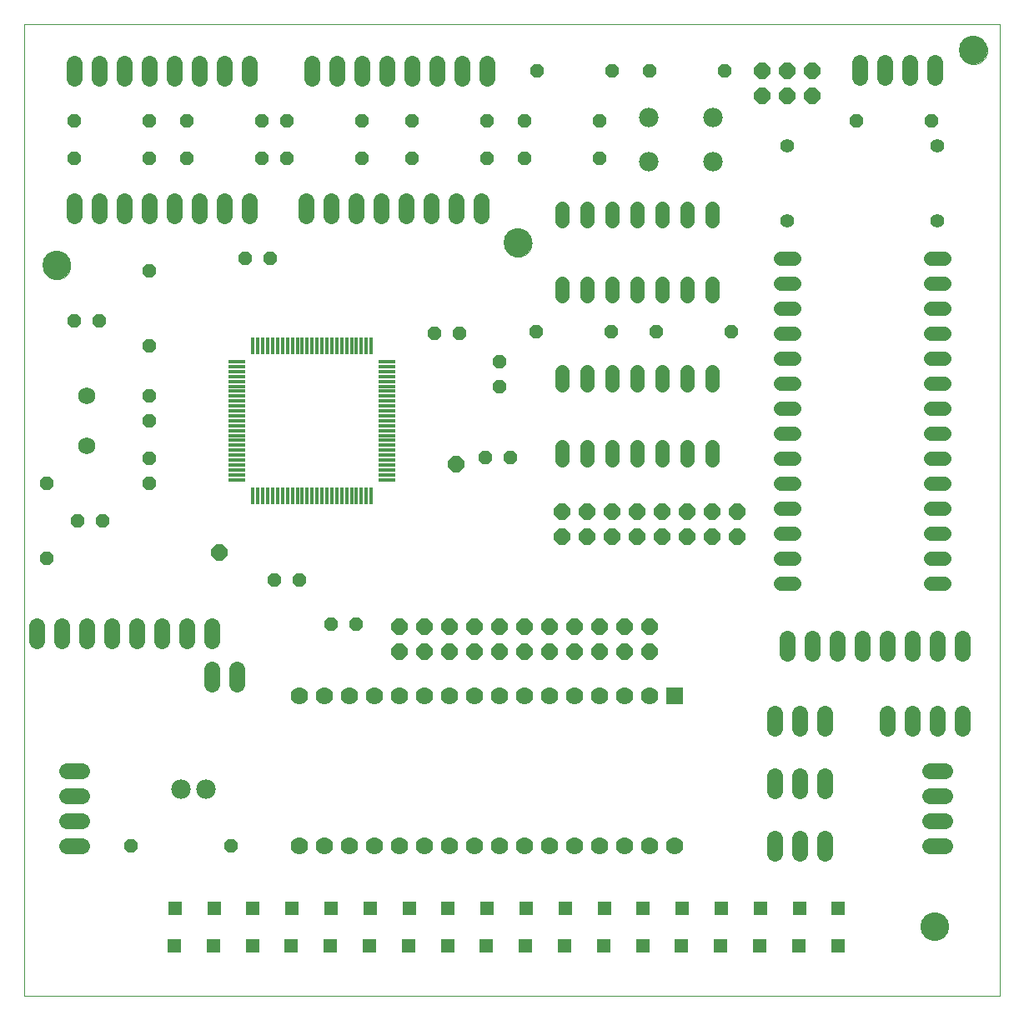
<source format=gts>
G75*
%MOIN*%
%OFA0B0*%
%FSLAX24Y24*%
%IPPOS*%
%LPD*%
%AMOC8*
5,1,8,0,0,1.08239X$1,22.5*
%
%ADD10C,0.0000*%
%ADD11C,0.1142*%
%ADD12OC8,0.0640*%
%ADD13C,0.0640*%
%ADD14C,0.0560*%
%ADD15C,0.0560*%
%ADD16C,0.0780*%
%ADD17OC8,0.0560*%
%ADD18C,0.0690*%
%ADD19R,0.0158X0.0670*%
%ADD20R,0.0670X0.0158*%
%ADD21R,0.0700X0.0700*%
%ADD22C,0.0700*%
%ADD23R,0.0555X0.0555*%
D10*
X000330Y000180D02*
X000330Y039050D01*
X039322Y039050D01*
X039322Y000180D01*
X000330Y000180D01*
X001067Y029393D02*
X001069Y029440D01*
X001075Y029486D01*
X001085Y029532D01*
X001098Y029577D01*
X001116Y029620D01*
X001137Y029662D01*
X001161Y029702D01*
X001189Y029739D01*
X001220Y029774D01*
X001254Y029807D01*
X001290Y029836D01*
X001329Y029862D01*
X001370Y029885D01*
X001413Y029904D01*
X001457Y029920D01*
X001502Y029932D01*
X001548Y029940D01*
X001595Y029944D01*
X001641Y029944D01*
X001688Y029940D01*
X001734Y029932D01*
X001779Y029920D01*
X001823Y029904D01*
X001866Y029885D01*
X001907Y029862D01*
X001946Y029836D01*
X001982Y029807D01*
X002016Y029774D01*
X002047Y029739D01*
X002075Y029702D01*
X002099Y029662D01*
X002120Y029620D01*
X002138Y029577D01*
X002151Y029532D01*
X002161Y029486D01*
X002167Y029440D01*
X002169Y029393D01*
X002167Y029346D01*
X002161Y029300D01*
X002151Y029254D01*
X002138Y029209D01*
X002120Y029166D01*
X002099Y029124D01*
X002075Y029084D01*
X002047Y029047D01*
X002016Y029012D01*
X001982Y028979D01*
X001946Y028950D01*
X001907Y028924D01*
X001866Y028901D01*
X001823Y028882D01*
X001779Y028866D01*
X001734Y028854D01*
X001688Y028846D01*
X001641Y028842D01*
X001595Y028842D01*
X001548Y028846D01*
X001502Y028854D01*
X001457Y028866D01*
X001413Y028882D01*
X001370Y028901D01*
X001329Y028924D01*
X001290Y028950D01*
X001254Y028979D01*
X001220Y029012D01*
X001189Y029047D01*
X001161Y029084D01*
X001137Y029124D01*
X001116Y029166D01*
X001098Y029209D01*
X001085Y029254D01*
X001075Y029300D01*
X001069Y029346D01*
X001067Y029393D01*
X019504Y030293D02*
X019506Y030340D01*
X019512Y030386D01*
X019522Y030432D01*
X019535Y030477D01*
X019553Y030520D01*
X019574Y030562D01*
X019598Y030602D01*
X019626Y030639D01*
X019657Y030674D01*
X019691Y030707D01*
X019727Y030736D01*
X019766Y030762D01*
X019807Y030785D01*
X019850Y030804D01*
X019894Y030820D01*
X019939Y030832D01*
X019985Y030840D01*
X020032Y030844D01*
X020078Y030844D01*
X020125Y030840D01*
X020171Y030832D01*
X020216Y030820D01*
X020260Y030804D01*
X020303Y030785D01*
X020344Y030762D01*
X020383Y030736D01*
X020419Y030707D01*
X020453Y030674D01*
X020484Y030639D01*
X020512Y030602D01*
X020536Y030562D01*
X020557Y030520D01*
X020575Y030477D01*
X020588Y030432D01*
X020598Y030386D01*
X020604Y030340D01*
X020606Y030293D01*
X020604Y030246D01*
X020598Y030200D01*
X020588Y030154D01*
X020575Y030109D01*
X020557Y030066D01*
X020536Y030024D01*
X020512Y029984D01*
X020484Y029947D01*
X020453Y029912D01*
X020419Y029879D01*
X020383Y029850D01*
X020344Y029824D01*
X020303Y029801D01*
X020260Y029782D01*
X020216Y029766D01*
X020171Y029754D01*
X020125Y029746D01*
X020078Y029742D01*
X020032Y029742D01*
X019985Y029746D01*
X019939Y029754D01*
X019894Y029766D01*
X019850Y029782D01*
X019807Y029801D01*
X019766Y029824D01*
X019727Y029850D01*
X019691Y029879D01*
X019657Y029912D01*
X019626Y029947D01*
X019598Y029984D01*
X019574Y030024D01*
X019553Y030066D01*
X019535Y030109D01*
X019522Y030154D01*
X019512Y030200D01*
X019506Y030246D01*
X019504Y030293D01*
X037717Y037993D02*
X037719Y038040D01*
X037725Y038086D01*
X037735Y038132D01*
X037748Y038177D01*
X037766Y038220D01*
X037787Y038262D01*
X037811Y038302D01*
X037839Y038339D01*
X037870Y038374D01*
X037904Y038407D01*
X037940Y038436D01*
X037979Y038462D01*
X038020Y038485D01*
X038063Y038504D01*
X038107Y038520D01*
X038152Y038532D01*
X038198Y038540D01*
X038245Y038544D01*
X038291Y038544D01*
X038338Y038540D01*
X038384Y038532D01*
X038429Y038520D01*
X038473Y038504D01*
X038516Y038485D01*
X038557Y038462D01*
X038596Y038436D01*
X038632Y038407D01*
X038666Y038374D01*
X038697Y038339D01*
X038725Y038302D01*
X038749Y038262D01*
X038770Y038220D01*
X038788Y038177D01*
X038801Y038132D01*
X038811Y038086D01*
X038817Y038040D01*
X038819Y037993D01*
X038817Y037946D01*
X038811Y037900D01*
X038801Y037854D01*
X038788Y037809D01*
X038770Y037766D01*
X038749Y037724D01*
X038725Y037684D01*
X038697Y037647D01*
X038666Y037612D01*
X038632Y037579D01*
X038596Y037550D01*
X038557Y037524D01*
X038516Y037501D01*
X038473Y037482D01*
X038429Y037466D01*
X038384Y037454D01*
X038338Y037446D01*
X038291Y037442D01*
X038245Y037442D01*
X038198Y037446D01*
X038152Y037454D01*
X038107Y037466D01*
X038063Y037482D01*
X038020Y037501D01*
X037979Y037524D01*
X037940Y037550D01*
X037904Y037579D01*
X037870Y037612D01*
X037839Y037647D01*
X037811Y037684D01*
X037787Y037724D01*
X037766Y037766D01*
X037748Y037809D01*
X037735Y037854D01*
X037725Y037900D01*
X037719Y037946D01*
X037717Y037993D01*
X036154Y002955D02*
X036156Y003002D01*
X036162Y003048D01*
X036172Y003094D01*
X036185Y003139D01*
X036203Y003182D01*
X036224Y003224D01*
X036248Y003264D01*
X036276Y003301D01*
X036307Y003336D01*
X036341Y003369D01*
X036377Y003398D01*
X036416Y003424D01*
X036457Y003447D01*
X036500Y003466D01*
X036544Y003482D01*
X036589Y003494D01*
X036635Y003502D01*
X036682Y003506D01*
X036728Y003506D01*
X036775Y003502D01*
X036821Y003494D01*
X036866Y003482D01*
X036910Y003466D01*
X036953Y003447D01*
X036994Y003424D01*
X037033Y003398D01*
X037069Y003369D01*
X037103Y003336D01*
X037134Y003301D01*
X037162Y003264D01*
X037186Y003224D01*
X037207Y003182D01*
X037225Y003139D01*
X037238Y003094D01*
X037248Y003048D01*
X037254Y003002D01*
X037256Y002955D01*
X037254Y002908D01*
X037248Y002862D01*
X037238Y002816D01*
X037225Y002771D01*
X037207Y002728D01*
X037186Y002686D01*
X037162Y002646D01*
X037134Y002609D01*
X037103Y002574D01*
X037069Y002541D01*
X037033Y002512D01*
X036994Y002486D01*
X036953Y002463D01*
X036910Y002444D01*
X036866Y002428D01*
X036821Y002416D01*
X036775Y002408D01*
X036728Y002404D01*
X036682Y002404D01*
X036635Y002408D01*
X036589Y002416D01*
X036544Y002428D01*
X036500Y002444D01*
X036457Y002463D01*
X036416Y002486D01*
X036377Y002512D01*
X036341Y002541D01*
X036307Y002574D01*
X036276Y002609D01*
X036248Y002646D01*
X036224Y002686D01*
X036203Y002728D01*
X036185Y002771D01*
X036172Y002816D01*
X036162Y002862D01*
X036156Y002908D01*
X036154Y002955D01*
D11*
X036705Y002955D03*
X020055Y030293D03*
X001618Y029393D03*
X038268Y037993D03*
D12*
X031830Y037180D03*
X030830Y037180D03*
X030830Y036180D03*
X031830Y036180D03*
X029830Y036180D03*
X029830Y037180D03*
X017580Y021430D03*
X021830Y019555D03*
X021830Y018555D03*
X022830Y018555D03*
X022830Y019555D03*
X023830Y019555D03*
X023830Y018555D03*
X024830Y018555D03*
X024830Y019555D03*
X025830Y019555D03*
X025830Y018555D03*
X026830Y018555D03*
X026830Y019555D03*
X027830Y019555D03*
X027830Y018555D03*
X028830Y018555D03*
X028830Y019555D03*
X025330Y014930D03*
X025330Y013930D03*
X024330Y013930D03*
X024330Y014930D03*
X023330Y014930D03*
X023330Y013930D03*
X022330Y013930D03*
X022330Y014930D03*
X021330Y014930D03*
X021330Y013930D03*
X020330Y013930D03*
X020330Y014930D03*
X019330Y014930D03*
X019330Y013930D03*
X018330Y013930D03*
X018330Y014930D03*
X017330Y014930D03*
X017330Y013930D03*
X016330Y013930D03*
X016330Y014930D03*
X015330Y014930D03*
X015330Y013930D03*
X008130Y017918D03*
D13*
X007830Y014980D02*
X007830Y014380D01*
X006830Y014380D02*
X006830Y014980D01*
X005830Y014980D02*
X005830Y014380D01*
X004830Y014380D02*
X004830Y014980D01*
X003830Y014980D02*
X003830Y014380D01*
X002830Y014380D02*
X002830Y014980D01*
X001830Y014980D02*
X001830Y014380D01*
X000830Y014380D02*
X000830Y014980D01*
X002030Y009180D02*
X002630Y009180D01*
X002630Y008180D02*
X002030Y008180D01*
X002030Y007180D02*
X002630Y007180D01*
X002630Y006180D02*
X002030Y006180D01*
X007830Y012630D02*
X007830Y013230D01*
X008830Y013230D02*
X008830Y012630D01*
X008330Y031380D02*
X008330Y031980D01*
X009330Y031980D02*
X009330Y031380D01*
X007330Y031380D02*
X007330Y031980D01*
X006330Y031980D02*
X006330Y031380D01*
X005330Y031380D02*
X005330Y031980D01*
X004330Y031980D02*
X004330Y031380D01*
X003330Y031380D02*
X003330Y031980D01*
X002330Y031980D02*
X002330Y031380D01*
X002330Y036880D02*
X002330Y037480D01*
X003330Y037480D02*
X003330Y036880D01*
X004330Y036880D02*
X004330Y037480D01*
X005330Y037480D02*
X005330Y036880D01*
X006330Y036880D02*
X006330Y037480D01*
X007330Y037480D02*
X007330Y036880D01*
X008330Y036880D02*
X008330Y037480D01*
X009330Y037480D02*
X009330Y036880D01*
X011830Y036880D02*
X011830Y037480D01*
X012830Y037480D02*
X012830Y036880D01*
X013830Y036880D02*
X013830Y037480D01*
X014830Y037480D02*
X014830Y036880D01*
X015830Y036880D02*
X015830Y037480D01*
X016830Y037480D02*
X016830Y036880D01*
X017830Y036880D02*
X017830Y037480D01*
X018830Y037480D02*
X018830Y036880D01*
X018580Y031980D02*
X018580Y031380D01*
X017580Y031380D02*
X017580Y031980D01*
X016580Y031980D02*
X016580Y031380D01*
X015580Y031380D02*
X015580Y031980D01*
X014580Y031980D02*
X014580Y031380D01*
X013580Y031380D02*
X013580Y031980D01*
X012580Y031980D02*
X012580Y031380D01*
X011580Y031380D02*
X011580Y031980D01*
X030830Y014480D02*
X030830Y013880D01*
X031830Y013880D02*
X031830Y014480D01*
X032830Y014480D02*
X032830Y013880D01*
X033830Y013880D02*
X033830Y014480D01*
X034830Y014480D02*
X034830Y013880D01*
X035830Y013880D02*
X035830Y014480D01*
X036830Y014480D02*
X036830Y013880D01*
X037830Y013880D02*
X037830Y014480D01*
X037830Y011480D02*
X037830Y010880D01*
X036830Y010880D02*
X036830Y011480D01*
X035830Y011480D02*
X035830Y010880D01*
X034830Y010880D02*
X034830Y011480D01*
X036530Y009180D02*
X037130Y009180D01*
X037130Y008180D02*
X036530Y008180D01*
X036530Y007180D02*
X037130Y007180D01*
X037130Y006180D02*
X036530Y006180D01*
X032330Y005880D02*
X032330Y006480D01*
X031330Y006480D02*
X031330Y005880D01*
X030330Y005880D02*
X030330Y006480D01*
X030330Y008380D02*
X030330Y008980D01*
X031330Y008980D02*
X031330Y008380D01*
X032330Y008380D02*
X032330Y008980D01*
X032330Y010880D02*
X032330Y011480D01*
X031330Y011480D02*
X031330Y010880D01*
X030330Y010880D02*
X030330Y011480D01*
X033730Y036893D02*
X033730Y037493D01*
X034730Y037493D02*
X034730Y036893D01*
X035730Y036893D02*
X035730Y037493D01*
X036730Y037493D02*
X036730Y036893D01*
D14*
X036830Y034180D03*
X036830Y031180D03*
X030830Y031180D03*
X030830Y034180D03*
D15*
X027830Y031690D02*
X027830Y031170D01*
X026830Y031170D02*
X026830Y031690D01*
X025830Y031690D02*
X025830Y031170D01*
X024830Y031170D02*
X024830Y031690D01*
X023830Y031690D02*
X023830Y031170D01*
X022830Y031170D02*
X022830Y031690D01*
X021830Y031690D02*
X021830Y031170D01*
X021830Y028690D02*
X021830Y028170D01*
X022830Y028170D02*
X022830Y028690D01*
X023830Y028690D02*
X023830Y028170D01*
X024830Y028170D02*
X024830Y028690D01*
X025830Y028690D02*
X025830Y028170D01*
X026830Y028170D02*
X026830Y028690D01*
X027830Y028690D02*
X027830Y028170D01*
X030570Y027680D02*
X031090Y027680D01*
X031090Y028680D02*
X030570Y028680D01*
X030570Y029680D02*
X031090Y029680D01*
X031090Y026680D02*
X030570Y026680D01*
X030570Y025680D02*
X031090Y025680D01*
X031090Y024680D02*
X030570Y024680D01*
X030570Y023680D02*
X031090Y023680D01*
X031090Y022680D02*
X030570Y022680D01*
X030570Y021680D02*
X031090Y021680D01*
X031090Y020680D02*
X030570Y020680D01*
X030570Y019680D02*
X031090Y019680D01*
X031090Y018680D02*
X030570Y018680D01*
X030570Y017680D02*
X031090Y017680D01*
X031090Y016680D02*
X030570Y016680D01*
X027830Y021620D02*
X027830Y022140D01*
X026830Y022140D02*
X026830Y021620D01*
X025830Y021620D02*
X025830Y022140D01*
X024830Y022140D02*
X024830Y021620D01*
X023830Y021620D02*
X023830Y022140D01*
X022830Y022140D02*
X022830Y021620D01*
X021830Y021620D02*
X021830Y022140D01*
X021830Y024620D02*
X021830Y025140D01*
X022830Y025140D02*
X022830Y024620D01*
X023830Y024620D02*
X023830Y025140D01*
X024830Y025140D02*
X024830Y024620D01*
X025830Y024620D02*
X025830Y025140D01*
X026830Y025140D02*
X026830Y024620D01*
X027830Y024620D02*
X027830Y025140D01*
X036570Y024680D02*
X037090Y024680D01*
X037090Y023680D02*
X036570Y023680D01*
X036570Y022680D02*
X037090Y022680D01*
X037090Y021680D02*
X036570Y021680D01*
X036570Y020680D02*
X037090Y020680D01*
X037090Y019680D02*
X036570Y019680D01*
X036570Y018680D02*
X037090Y018680D01*
X037090Y017680D02*
X036570Y017680D01*
X036570Y016680D02*
X037090Y016680D01*
X037090Y025680D02*
X036570Y025680D01*
X036570Y026680D02*
X037090Y026680D01*
X037090Y027680D02*
X036570Y027680D01*
X036570Y028680D02*
X037090Y028680D01*
X037090Y029680D02*
X036570Y029680D01*
D16*
X027860Y033540D03*
X027860Y035320D03*
X025300Y035320D03*
X025300Y033540D03*
X007580Y008430D03*
X006580Y008430D03*
D17*
X004580Y006180D03*
X008580Y006180D03*
X012580Y015055D03*
X013580Y015055D03*
X011330Y016805D03*
X010330Y016805D03*
X005330Y020680D03*
X005330Y021680D03*
X005330Y023180D03*
X005330Y024180D03*
X005330Y026180D03*
X003330Y027180D03*
X002330Y027180D03*
X005330Y029180D03*
X009168Y029668D03*
X010168Y029668D03*
X009830Y033680D03*
X010830Y033680D03*
X010830Y035180D03*
X009830Y035180D03*
X006830Y035180D03*
X006830Y033680D03*
X005330Y033680D03*
X005330Y035180D03*
X002330Y035180D03*
X002330Y033680D03*
X013830Y033680D03*
X013830Y035180D03*
X015830Y035180D03*
X015830Y033680D03*
X018830Y033680D03*
X018830Y035180D03*
X020330Y035180D03*
X020330Y033680D03*
X023330Y033680D03*
X023330Y035180D03*
X023830Y037180D03*
X025330Y037180D03*
X028330Y037180D03*
X033580Y035180D03*
X036580Y035180D03*
X028580Y026755D03*
X025580Y026755D03*
X023780Y026755D03*
X020780Y026755D03*
X019330Y025555D03*
X019330Y024555D03*
X017705Y026680D03*
X016705Y026680D03*
X018743Y021693D03*
X019743Y021693D03*
X020830Y037180D03*
X003455Y019180D03*
X002455Y019180D03*
X001205Y017680D03*
X001205Y020680D03*
D18*
X002830Y022180D03*
X002830Y024180D03*
D19*
X009468Y026172D03*
X009665Y026172D03*
X009861Y026172D03*
X010058Y026172D03*
X010255Y026172D03*
X010452Y026172D03*
X010649Y026172D03*
X010846Y026172D03*
X011043Y026172D03*
X011239Y026172D03*
X011436Y026172D03*
X011633Y026172D03*
X011830Y026172D03*
X012027Y026172D03*
X012224Y026172D03*
X012421Y026172D03*
X012617Y026172D03*
X012814Y026172D03*
X013011Y026172D03*
X013208Y026172D03*
X013405Y026172D03*
X013602Y026172D03*
X013799Y026172D03*
X013995Y026172D03*
X014192Y026172D03*
X014192Y020188D03*
X013995Y020188D03*
X013799Y020188D03*
X013602Y020188D03*
X013405Y020188D03*
X013208Y020188D03*
X013011Y020188D03*
X012814Y020188D03*
X012617Y020188D03*
X012421Y020188D03*
X012224Y020188D03*
X012027Y020188D03*
X011830Y020188D03*
X011633Y020188D03*
X011436Y020188D03*
X011239Y020188D03*
X011043Y020188D03*
X010846Y020188D03*
X010649Y020188D03*
X010452Y020188D03*
X010255Y020188D03*
X010058Y020188D03*
X009861Y020188D03*
X009665Y020188D03*
X009468Y020188D03*
D20*
X008838Y020818D03*
X008838Y021015D03*
X008838Y021211D03*
X008838Y021408D03*
X008838Y021605D03*
X008838Y021802D03*
X008838Y021999D03*
X008838Y022196D03*
X008838Y022393D03*
X008838Y022589D03*
X008838Y022786D03*
X008838Y022983D03*
X008838Y023180D03*
X008838Y023377D03*
X008838Y023574D03*
X008838Y023771D03*
X008838Y023967D03*
X008838Y024164D03*
X008838Y024361D03*
X008838Y024558D03*
X008838Y024755D03*
X008838Y024952D03*
X008838Y025149D03*
X008838Y025345D03*
X008838Y025542D03*
X014822Y025542D03*
X014822Y025345D03*
X014822Y025149D03*
X014822Y024952D03*
X014822Y024755D03*
X014822Y024558D03*
X014822Y024361D03*
X014822Y024164D03*
X014822Y023967D03*
X014822Y023771D03*
X014822Y023574D03*
X014822Y023377D03*
X014822Y023180D03*
X014822Y022983D03*
X014822Y022786D03*
X014822Y022589D03*
X014822Y022393D03*
X014822Y022196D03*
X014822Y021999D03*
X014822Y021802D03*
X014822Y021605D03*
X014822Y021408D03*
X014822Y021211D03*
X014822Y021015D03*
X014822Y020818D03*
D21*
X026330Y012180D03*
D22*
X025330Y012180D03*
X024330Y012180D03*
X023330Y012180D03*
X022330Y012180D03*
X021330Y012180D03*
X020330Y012180D03*
X019330Y012180D03*
X018330Y012180D03*
X017330Y012180D03*
X016330Y012180D03*
X015330Y012180D03*
X014330Y012180D03*
X013330Y012180D03*
X012330Y012180D03*
X011330Y012180D03*
X011330Y006180D03*
X012330Y006180D03*
X013330Y006180D03*
X014330Y006180D03*
X015330Y006180D03*
X016330Y006180D03*
X017330Y006180D03*
X018330Y006180D03*
X019330Y006180D03*
X020330Y006180D03*
X021330Y006180D03*
X022330Y006180D03*
X023330Y006180D03*
X024330Y006180D03*
X025330Y006180D03*
X026330Y006180D03*
D23*
X026630Y003690D03*
X026600Y002170D03*
X025040Y002170D03*
X025070Y003690D03*
X023510Y003690D03*
X023480Y002170D03*
X021920Y002170D03*
X021950Y003690D03*
X020390Y003690D03*
X020360Y002170D03*
X018800Y002170D03*
X018830Y003690D03*
X017270Y003690D03*
X017240Y002170D03*
X015680Y002170D03*
X015710Y003690D03*
X014150Y003690D03*
X014120Y002170D03*
X012560Y002170D03*
X012590Y003690D03*
X011030Y003690D03*
X011000Y002170D03*
X009440Y002170D03*
X009470Y003690D03*
X007910Y003690D03*
X007880Y002170D03*
X006320Y002170D03*
X006350Y003690D03*
X028190Y003690D03*
X028160Y002170D03*
X029720Y002170D03*
X029750Y003690D03*
X031310Y003690D03*
X031280Y002170D03*
X032840Y002170D03*
X032870Y003690D03*
M02*

</source>
